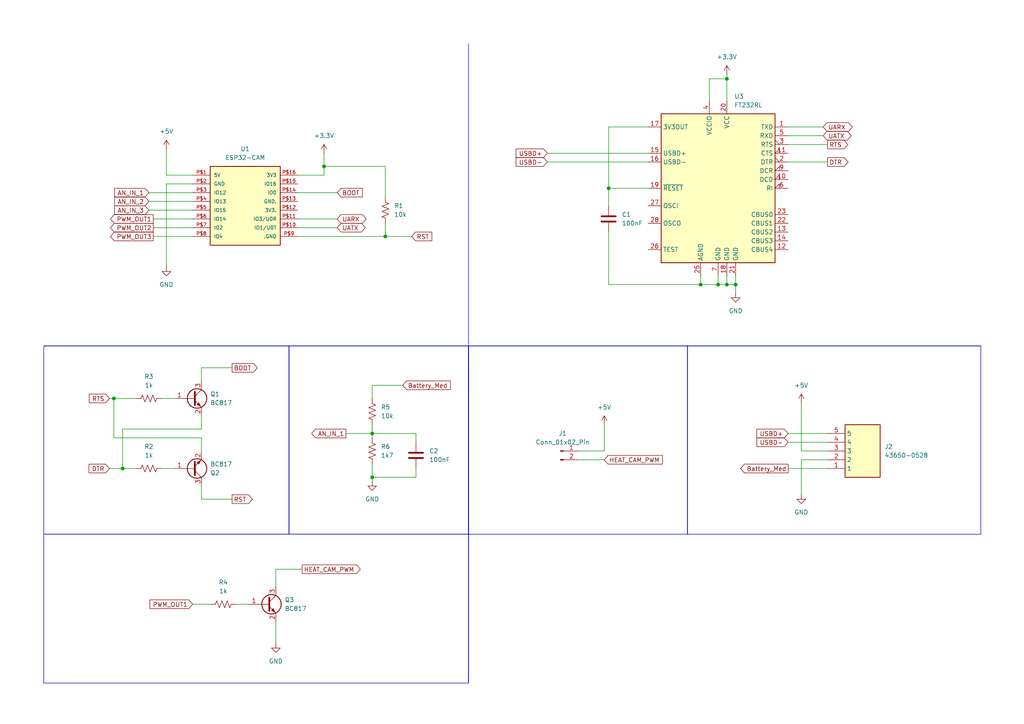
<source format=kicad_sch>
(kicad_sch (version 20250114) (generator "eeschema") (generator_version "9.0")
  (paper "A4")
  (lib_symbols
    (symbol "Conn_Esp32_Cam:43650-0528"
      (property "Reference" "J" (at 16.51 7.62 0))
      (property "Value" "43650-0528" (at 16.51 5.08 0))
      (symbol "43650-0528_1_1"
        (rectangle (start 5.08 2.54) (end 15.24 -12.7) (stroke (width 0.254)) (fill (type background)))
        (pin passive line (at 0 0 0) (length 5.08) (name "5") (number "5"))
        (pin passive line (at 0 -2.54 0) (length 5.08) (name "4") (number "4"))
        (pin passive line (at 0 -5.08 0) (length 5.08) (name "3") (number "3"))
        (pin passive line (at 0 -7.62 0) (length 5.08) (name "2") (number "2"))
        (pin passive line (at 0 -10.16 0) (length 5.08) (name "1") (number "1"))
      )
    )
    (symbol "Connector:Conn_01x02_Pin" (pin_names (offset 1.016) (hide yes))
      (property "Reference" "J" (at 0 2.54 0))
      (property "Value" "Conn_01x02_Pin" (at 0 -5.08 0))
      (symbol "Conn_01x02_Pin_1_1"
        (rectangle (start 0.8636 0.127) (end 0 -0.127) (stroke (width 0.1524)) (fill (type outline)))
        (rectangle (start 0.8636 -2.413) (end 0 -2.667) (stroke (width 0.1524)) (fill (type outline)))
        (polyline (pts (xy 1.27 0) (xy 0.8636 0)) (stroke (width 0.1524)))
        (polyline (pts (xy 1.27 -2.54) (xy 0.8636 -2.54)) (stroke (width 0.1524)))
        (pin passive line (at 5.08 0 180) (length 3.81) (name "Pin_1") (number "1"))
        (pin passive line (at 5.08 -2.54 180) (length 3.81) (name "Pin_2") (number "2"))
      )
    )
    (symbol "Device:C" (pin_numbers (hide yes)) (pin_names (offset 0.254))
      (property "Reference" "C" (at 0.635 2.54 0))
      (property "Value" "C" (at 0.635 -2.54 0))
      (symbol "C_0_1"
        (polyline (pts (xy -2.032 0.762) (xy 2.032 0.762)) (stroke (width 0.508)))
        (polyline (pts (xy -2.032 -0.762) (xy 2.032 -0.762)) (stroke (width 0.508)))
      )
      (symbol "C_1_1"
        (pin passive line (at 0 3.81 270) (length 2.794) (name "~") (number "1"))
        (pin passive line (at 0 -3.81 90) (length 2.794) (name "~") (number "2"))
      )
    )
    (symbol "Device:R_US" (pin_numbers (hide yes)) (pin_names (offset 0))
      (property "Reference" "R" (at 2.54 0 90))
      (property "Value" "R_US" (at -2.54 0 90))
      (symbol "R_US_0_1"
        (polyline (pts (xy 0 2.286) (xy 0 2.54)))
        (polyline (pts (xy 0 2.286) (xy 1.016 1.905) (xy 0 1.524) (xy -1.016 1.143) (xy 0 0.762)))
        (polyline (pts (xy 0 0.762) (xy 1.016 0.381) (xy 0 0) (xy -1.016 -0.381) (xy 0 -0.762)))
        (polyline (pts (xy 0 -0.762) (xy 1.016 -1.143) (xy 0 -1.524) (xy -1.016 -1.905) (xy 0 -2.286)))
        (polyline (pts (xy 0 -2.286) (xy 0 -2.54)))
      )
      (symbol "R_US_1_1"
        (pin passive line (at 0 3.81 270) (length 1.27) (name "~") (number "1"))
        (pin passive line (at 0 -3.81 90) (length 1.27) (name "~") (number "2"))
      )
    )
    (symbol "Esp32:ESP32-CAM" (pin_names (offset 1.016))
      (property "Reference" "U" (at -10.16 20.32 0))
      (property "Value" "ESP32-CAM" (at 0 0 0))
      (symbol "ESP32-CAM_0_0"
        (rectangle (start -10.16 -5.08) (end 10.16 17.78) (stroke (width 0.254)) (fill (type background)))
        (pin bidirectional line (at -15.24 15.24 0) (length 5.08) (name "5V") (number "P$1"))
        (pin bidirectional line (at -15.24 12.7 0) (length 5.08) (name "GND") (number "P$2"))
        (pin bidirectional line (at -15.24 10.16 0) (length 5.08) (name "IO12") (number "P$3"))
        (pin bidirectional line (at -15.24 7.62 0) (length 5.08) (name "IO13") (number "P$4"))
        (pin bidirectional line (at -15.24 5.08 0) (length 5.08) (name "IO15") (number "P$5"))
        (pin bidirectional line (at -15.24 2.54 0) (length 5.08) (name "IO14") (number "P$6"))
        (pin bidirectional line (at -15.24 0 0) (length 5.08) (name "IO2") (number "P$7"))
        (pin bidirectional line (at -15.24 -2.54 0) (length 5.08) (name "IO4") (number "P$8"))
        (pin bidirectional line (at 15.24 15.24 180) (length 5.08) (name "3V3") (number "P$16"))
        (pin bidirectional line (at 15.24 12.7 180) (length 5.08) (name "IO16") (number "P$15"))
        (pin bidirectional line (at 15.24 10.16 180) (length 5.08) (name "IO0") (number "P$14"))
        (pin bidirectional line (at 15.24 7.62 180) (length 5.08) (name "GND.") (number "P$13"))
        (pin bidirectional line (at 15.24 5.08 180) (length 5.08) (name "3V3.") (number "P$12"))
        (pin bidirectional line (at 15.24 2.54 180) (length 5.08) (name "IO3/U0R") (number "P$11"))
        (pin bidirectional line (at 15.24 0 180) (length 5.08) (name "IO1/U0T") (number "P$10"))
        (pin bidirectional line (at 15.24 -2.54 180) (length 5.08) (name ".GND") (number "P$9"))
      )
    )
    (symbol "Interface_USB:FT232RL"
      (property "Reference" "U" (at -16.51 22.86 0))
      (property "Value" "FT232RL" (at 10.16 22.86 0))
      (symbol "FT232RL_0_1"
        (rectangle (start -16.51 21.59) (end 16.51 -21.59) (stroke (width 0.254)) (fill (type background)))
      )
      (symbol "FT232RL_1_1"
        (pin power_out line (at -20.32 17.78 0) (length 3.81) (name "3V3OUT") (number "17"))
        (pin bidirectional line (at -20.32 10.16 0) (length 3.81) (name "USBD+") (number "15"))
        (pin bidirectional line (at -20.32 7.62 0) (length 3.81) (name "USBD-") (number "16"))
        (pin input line (at -20.32 0 0) (length 3.81) (name "~{RESET}") (number "19"))
        (pin input line (at -20.32 -5.08 0) (length 3.81) (name "OSCI") (number "27"))
        (pin output line (at -20.32 -10.16 0) (length 3.81) (name "OSCO") (number "28"))
        (pin input line (at -20.32 -17.78 0) (length 3.81) (name "TEST") (number "26"))
        (pin power_in line (at -5.08 -25.4 90) (length 3.81) (name "AGND") (number "25"))
        (pin power_in line (at -2.54 25.4 270) (length 3.81) (name "VCCIO") (number "4"))
        (pin power_in line (at 0 -25.4 90) (length 3.81) (name "GND") (number "7"))
        (pin power_in line (at 2.54 25.4 270) (length 3.81) (name "VCC") (number "20"))
        (pin power_in line (at 2.54 -25.4 90) (length 3.81) (name "GND") (number "18"))
        (pin power_in line (at 5.08 -25.4 90) (length 3.81) (name "GND") (number "21"))
        (pin output line (at 20.32 17.78 180) (length 3.81) (name "TXD") (number "1"))
        (pin input line (at 20.32 15.24 180) (length 3.81) (name "RXD") (number "5"))
        (pin output output_low (at 20.32 12.7 180) (length 3.81) (name "RTS") (number "3"))
        (pin input input_low (at 20.32 10.16 180) (length 3.81) (name "CTS") (number "11"))
        (pin output output_low (at 20.32 7.62 180) (length 3.81) (name "DTR") (number "2"))
        (pin input input_low (at 20.32 5.08 180) (length 3.81) (name "DCR") (number "9"))
        (pin input input_low (at 20.32 2.54 180) (length 3.81) (name "DCD") (number "10"))
        (pin input input_low (at 20.32 0 180) (length 3.81) (name "RI") (number "6"))
        (pin bidirectional line (at 20.32 -7.62 180) (length 3.81) (name "CBUS0") (number "23"))
        (pin bidirectional line (at 20.32 -10.16 180) (length 3.81) (name "CBUS1") (number "22"))
        (pin bidirectional line (at 20.32 -12.7 180) (length 3.81) (name "CBUS2") (number "13"))
        (pin bidirectional line (at 20.32 -15.24 180) (length 3.81) (name "CBUS3") (number "14"))
        (pin bidirectional line (at 20.32 -17.78 180) (length 3.81) (name "CBUS4") (number "12"))
      )
    )
    (symbol "Transistor_BJT:BC817" (pin_names (offset 0) (hide yes))
      (property "Reference" "Q" (at 5.08 1.905 0))
      (property "Value" "BC817" (at 5.08 0 0))
      (symbol "BC817_0_1"
        (polyline (pts (xy -2.54 0) (xy 0.635 0)))
        (polyline (pts (xy 0.635 1.905) (xy 0.635 -1.905)) (stroke (width 0.508)))
        (circle (center 1.27 0) (radius 2.8194) (stroke (width 0.254)))
      )
      (symbol "BC817_1_1"
        (polyline (pts (xy 0.635 0.635) (xy 2.54 2.54)))
        (polyline (pts (xy 0.635 -0.635) (xy 2.54 -2.54)))
        (polyline (pts (xy 1.27 -1.778) (xy 1.778 -1.27) (xy 2.286 -2.286) (xy 1.27 -1.778)) (fill (type outline)))
        (pin input line (at -5.08 0 0) (length 2.54) (name "B") (number "1"))
        (pin passive line (at 2.54 5.08 270) (length 2.54) (name "C") (number "3"))
        (pin passive line (at 2.54 -5.08 90) (length 2.54) (name "E") (number "2"))
      )
    )
    (symbol "power:+3.3V" (power) (pin_numbers (hide yes)) (pin_names (offset 0) (hide yes))
      (property "Value" "+3.3V" (at 0 3.556 0))
      (symbol "+3.3V_0_1"
        (polyline (pts (xy -0.762 1.27) (xy 0 2.54)))
        (polyline (pts (xy 0 2.54) (xy 0.762 1.27)))
        (polyline (pts (xy 0 0) (xy 0 2.54)))
      )
      (symbol "+3.3V_1_1"
        (pin power_in line (at 0 0 90) (length 0) (name "~") (number "1"))
      )
    )
    (symbol "power:+5V" (power) (pin_numbers (hide yes)) (pin_names (offset 0) (hide yes))
      (property "Value" "+5V" (at 0 3.556 0))
      (symbol "+5V_0_1"
        (polyline (pts (xy -0.762 1.27) (xy 0 2.54)))
        (polyline (pts (xy 0 2.54) (xy 0.762 1.27)))
        (polyline (pts (xy 0 0) (xy 0 2.54)))
      )
      (symbol "+5V_1_1"
        (pin power_in line (at 0 0 90) (length 0) (name "~") (number "1"))
      )
    )
    (symbol "power:GND" (power) (pin_numbers (hide yes)) (pin_names (offset 0) (hide yes))
      (property "Value" "GND" (at 0 -3.81 0))
      (symbol "GND_0_1"
        (polyline (pts (xy 0 0) (xy 0 -1.27) (xy 1.27 -1.27) (xy 0 -2.54) (xy -1.27 -1.27) (xy 0 -1.27)))
      )
      (symbol "GND_1_1"
        (pin power_in line (at 0 0 270) (length 0) (name "~") (number "1"))
      )
    )
  )
  (rectangle (start 199.39 100.33) (end 284.48 154.94))
  (rectangle (start 83.82 100.33) (end 135.89 154.94))
  (rectangle (start 12.7 154.94) (end 135.89 198.12))
  (rectangle (start 12.7 100.33) (end 83.82 154.94))
  (rectangle (start 135.89 100.33) (end 199.39 154.94))
  (junction (at 107.95 138.43))
  (junction (at 203.2 82.55))
  (junction (at 210.82 22.86))
  (junction (at 107.95 125.73))
  (junction (at 176.53 54.61))
  (junction (at 213.36 82.55))
  (junction (at 208.28 82.55))
  (junction (at 111.76 68.58))
  (junction (at 93.98 48.26))
  (junction (at 35.56 135.89))
  (junction (at 210.82 82.55))
  (junction (at 33.02 115.57))
  (wire (pts (xy 120.65 125.73) (xy 107.95 125.73)))
  (wire (pts (xy 228.6 41.91) (xy 240.03 41.91)))
  (wire (pts (xy 120.65 135.89) (xy 120.65 138.43)))
  (wire (pts (xy 176.53 67.31) (xy 176.53 82.55)))
  (wire (pts (xy 93.98 48.26) (xy 93.98 50.8)))
  (wire (pts (xy 167.64 133.35) (xy 175.26 133.35)))
  (wire (pts (xy 228.6 128.27) (xy 240.03 128.27)))
  (wire (pts (xy 111.76 57.15) (xy 111.76 48.26)))
  (wire (pts (xy 80.01 180.34) (xy 80.01 186.69)))
  (wire (pts (xy 87.63 165.1) (xy 80.01 165.1)))
  (wire (pts (xy 80.01 165.1) (xy 80.01 170.18)))
  (wire (pts (xy 232.41 133.35) (xy 240.03 133.35)))
  (wire (pts (xy 232.41 143.51) (xy 232.41 133.35)))
  (wire (pts (xy 213.36 82.55) (xy 213.36 85.09)))
  (wire (pts (xy 111.76 68.58) (xy 119.38 68.58)))
  (wire (pts (xy 48.26 53.34) (xy 55.88 53.34)))
  (wire (pts (xy 107.95 125.73) (xy 107.95 127)))
  (wire (pts (xy 208.28 80.01) (xy 208.28 82.55)))
  (wire (pts (xy 120.65 128.27) (xy 120.65 125.73)))
  (wire (pts (xy 55.88 175.26) (xy 60.96 175.26)))
  (wire (pts (xy 158.75 46.99) (xy 187.96 46.99)))
  (wire (pts (xy 111.76 48.26) (xy 93.98 48.26)))
  (wire (pts (xy 228.6 46.99) (xy 240.03 46.99)))
  (wire (pts (xy 93.98 50.8) (xy 86.36 50.8)))
  (wire (pts (xy 86.36 66.04) (xy 97.79 66.04)))
  (wire (pts (xy 228.6 36.83) (xy 238.76 36.83)))
  (wire (pts (xy 43.18 58.42) (xy 55.88 58.42)))
  (wire (pts (xy 43.18 60.96) (xy 55.88 60.96)))
  (wire (pts (xy 228.6 125.73) (xy 240.03 125.73)))
  (wire (pts (xy 176.53 54.61) (xy 176.53 59.69)))
  (wire (pts (xy 158.75 44.45) (xy 187.96 44.45)))
  (wire (pts (xy 232.41 116.84) (xy 232.41 130.81)))
  (wire (pts (xy 228.6 39.37) (xy 238.76 39.37)))
  (wire (pts (xy 67.31 106.68) (xy 58.42 106.68)))
  (wire (pts (xy 107.95 111.76) (xy 107.95 115.57)))
  (wire (pts (xy 86.36 63.5) (xy 97.79 63.5)))
  (wire (pts (xy 46.99 135.89) (xy 50.8 135.89)))
  (wire (pts (xy 48.26 43.18) (xy 48.26 50.8)))
  (wire (pts (xy 107.95 125.73) (xy 107.95 123.19)))
  (wire (pts (xy 116.84 111.76) (xy 107.95 111.76)))
  (wire (pts (xy 44.45 66.04) (xy 55.88 66.04)))
  (wire (pts (xy 228.6 135.89) (xy 240.03 135.89)))
  (wire (pts (xy 176.53 82.55) (xy 203.2 82.55)))
  (wire (pts (xy 35.56 135.89) (xy 39.37 135.89)))
  (wire (pts (xy 48.26 77.47) (xy 48.26 53.34)))
  (wire (pts (xy 232.41 130.81) (xy 240.03 130.81)))
  (wire (pts (xy 107.95 138.43) (xy 107.95 139.7)))
  (wire (pts (xy 93.98 44.45) (xy 93.98 48.26)))
  (wire (pts (xy 120.65 138.43) (xy 107.95 138.43)))
  (wire (pts (xy 48.26 50.8) (xy 55.88 50.8)))
  (wire (pts (xy 203.2 82.55) (xy 208.28 82.55)))
  (wire (pts (xy 58.42 124.46) (xy 35.56 124.46)))
  (wire (pts (xy 210.82 80.01) (xy 210.82 82.55)))
  (polyline (pts (xy 135.89 12.7) (xy 135.89 198.12)))
  (wire (pts (xy 31.75 135.89) (xy 35.56 135.89)))
  (wire (pts (xy 86.36 68.58) (xy 111.76 68.58)))
  (wire (pts (xy 205.74 29.21) (xy 205.74 22.86)))
  (wire (pts (xy 43.18 55.88) (xy 55.88 55.88)))
  (wire (pts (xy 58.42 130.81) (xy 58.42 127)))
  (wire (pts (xy 111.76 64.77) (xy 111.76 68.58)))
  (wire (pts (xy 35.56 124.46) (xy 35.56 135.89)))
  (wire (pts (xy 58.42 127) (xy 33.02 127)))
  (wire (pts (xy 210.82 21.59) (xy 210.82 22.86)))
  (wire (pts (xy 44.45 68.58) (xy 55.88 68.58)))
  (wire (pts (xy 44.45 63.5) (xy 55.88 63.5)))
  (wire (pts (xy 46.99 115.57) (xy 50.8 115.57)))
  (wire (pts (xy 58.42 140.97) (xy 58.42 144.78)))
  (wire (pts (xy 58.42 106.68) (xy 58.42 110.49)))
  (wire (pts (xy 86.36 55.88) (xy 97.79 55.88)))
  (wire (pts (xy 68.58 175.26) (xy 72.39 175.26)))
  (wire (pts (xy 107.95 134.62) (xy 107.95 138.43)))
  (wire (pts (xy 213.36 80.01) (xy 213.36 82.55)))
  (wire (pts (xy 100.33 125.73) (xy 107.95 125.73)))
  (wire (pts (xy 187.96 36.83) (xy 176.53 36.83)))
  (polyline (pts (xy 12.7 100.33) (xy 284.48 100.33)))
  (wire (pts (xy 33.02 115.57) (xy 39.37 115.57)))
  (wire (pts (xy 203.2 80.01) (xy 203.2 82.55)))
  (wire (pts (xy 175.26 130.81) (xy 167.64 130.81)))
  (wire (pts (xy 67.31 144.78) (xy 58.42 144.78)))
  (wire (pts (xy 33.02 127) (xy 33.02 115.57)))
  (wire (pts (xy 175.26 123.19) (xy 175.26 130.81)))
  (wire (pts (xy 210.82 22.86) (xy 210.82 29.21)))
  (wire (pts (xy 210.82 82.55) (xy 213.36 82.55)))
  (wire (pts (xy 187.96 54.61) (xy 176.53 54.61)))
  (wire (pts (xy 31.75 115.57) (xy 33.02 115.57)))
  (wire (pts (xy 205.74 22.86) (xy 210.82 22.86)))
  (wire (pts (xy 208.28 82.55) (xy 210.82 82.55)))
  (wire (pts (xy 58.42 120.65) (xy 58.42 124.46)))
  (wire (pts (xy 176.53 54.61) (xy 176.53 36.83)))
  (global_label "USBD+" (shape input) (at 228.6 125.73 180) (property "Intersheetrefs" "${INTERSHEET_REFS}" (effects (hide yes))))
  (global_label "Battery_Med" (shape input) (at 116.84 111.76 0) (property "Intersheetrefs" "${INTERSHEET_REFS}" (effects (hide yes))))
  (global_label "DTR" (shape input) (at 31.75 135.89 180) (property "Intersheetrefs" "${INTERSHEET_REFS}" (effects (hide yes))))
  (global_label "UATX" (shape bidirectional) (at 97.79 66.04 0) (property "Intersheetrefs" "${INTERSHEET_REFS}" (effects (hide yes))))
  (global_label "RTS" (shape input) (at 31.75 115.57 180) (property "Intersheetrefs" "${INTERSHEET_REFS}" (effects (hide yes))))
  (global_label "USBD-" (shape input) (at 158.75 46.99 180) (property "Intersheetrefs" "${INTERSHEET_REFS}" (effects (hide yes))))
  (global_label "DTR" (shape output) (at 240.03 46.99 0) (property "Intersheetrefs" "${INTERSHEET_REFS}" (effects (hide yes))))
  (global_label "UARX" (shape bidirectional) (at 97.79 63.5 0) (property "Intersheetrefs" "${INTERSHEET_REFS}" (effects (hide yes))))
  (global_label "RTS" (shape output) (at 240.03 41.91 0) (property "Intersheetrefs" "${INTERSHEET_REFS}" (effects (hide yes))))
  (global_label "AN_IN_1" (shape input) (at 43.18 55.88 180) (property "Intersheetrefs" "${INTERSHEET_REFS}" (effects (hide yes))))
  (global_label "Battery_Med" (shape output) (at 228.6 135.89 180) (property "Intersheetrefs" "${INTERSHEET_REFS}" (effects (hide yes))))
  (global_label "BOOT" (shape input) (at 97.79 55.88 0) (property "Intersheetrefs" "${INTERSHEET_REFS}" (effects (hide yes))))
  (global_label "PWM_OUT1" (shape output) (at 44.45 63.5 180) (property "Intersheetrefs" "${INTERSHEET_REFS}" (effects (hide yes))))
  (global_label "UATX" (shape bidirectional) (at 238.76 39.37 0) (property "Intersheetrefs" "${INTERSHEET_REFS}" (effects (hide yes))))
  (global_label "USBD+" (shape input) (at 158.75 44.45 180) (property "Intersheetrefs" "${INTERSHEET_REFS}" (effects (hide yes))))
  (global_label "BOOT" (shape output) (at 67.31 106.68 0) (property "Intersheetrefs" "${INTERSHEET_REFS}" (effects (hide yes))))
  (global_label "UARX" (shape bidirectional) (at 238.76 36.83 0) (property "Intersheetrefs" "${INTERSHEET_REFS}" (effects (hide yes))))
  (global_label "AN_IN_2" (shape input) (at 43.18 58.42 180) (property "Intersheetrefs" "${INTERSHEET_REFS}" (effects (hide yes))))
  (global_label "HEAT_CAM_PWM" (shape output) (at 87.63 165.1 0) (property "Intersheetrefs" "${INTERSHEET_REFS}" (effects (hide yes))))
  (global_label "RST" (shape input) (at 119.38 68.58 0) (property "Intersheetrefs" "${INTERSHEET_REFS}" (effects (hide yes))))
  (global_label "PWM_OUT3" (shape output) (at 44.45 68.58 180) (property "Intersheetrefs" "${INTERSHEET_REFS}" (effects (hide yes))))
  (global_label "PWM_OUT1" (shape input) (at 55.88 175.26 180) (property "Intersheetrefs" "${INTERSHEET_REFS}" (effects (hide yes))))
  (global_label "AN_IN_1" (shape output) (at 100.33 125.73 180) (property "Intersheetrefs" "${INTERSHEET_REFS}" (effects (hide yes))))
  (global_label "USBD-" (shape input) (at 228.6 128.27 180) (property "Intersheetrefs" "${INTERSHEET_REFS}" (effects (hide yes))))
  (global_label "PWM_OUT2" (shape output) (at 44.45 66.04 180) (property "Intersheetrefs" "${INTERSHEET_REFS}" (effects (hide yes))))
  (global_label "HEAT_CAM_PWM" (shape input) (at 175.26 133.35 0) (property "Intersheetrefs" "${INTERSHEET_REFS}" (effects (hide yes))))
  (global_label "AN_IN_3" (shape input) (at 43.18 60.96 180) (property "Intersheetrefs" "${INTERSHEET_REFS}" (effects (hide yes))))
  (global_label "RST" (shape output) (at 67.31 144.78 0) (property "Intersheetrefs" "${INTERSHEET_REFS}" (effects (hide yes))))
  (symbol (lib_id "Transistor_BJT:BC817") (at 77.47 175.26 0) (unit 1)
    (property "Reference" "Q3" (at 82.55 173.9899 0) (effects (justify left)))
    (property "Value" "BC817" (at 82.55 176.5299 0) (effects (justify left)))
    (property "Footprint" "Package_TO_SOT_SMD:SOT-23" (effects (hide yes)))
    (property "Datasheet" "https://www.onsemi.com/pub/Collateral/BC818-D.pdf" (effects (hide yes)))
    (property "Description" "0.8A Ic, 45V Vce, NPN Transistor, SOT-23" (effects (hide yes)))
  )
  (symbol (lib_id "power:GND") (at 48.26 77.47 0) (unit 1)
    (property "Reference" "#PWR01" (effects (hide yes)))
    (property "Value" "GND" (at 48.26 82.55 0))
    (property "Description" "Power symbol creates a global label with name \"GND\" , ground" (effects (hide yes)))
  )
  (symbol (lib_id "Conn_Esp32_Cam:43650-0528") (at 240.03 125.73 0) (unit 1)
    (property "Reference" "J2" (at 256.54 129.5399 0) (effects (justify left)))
    (property "Value" "43650-0528" (at 256.54 132.0799 0) (effects (justify left)))
    (property "Footprint" "Esp32_Conn_Cam:43650-05YY_272829" (effects (hide yes)))
    (property "Datasheet" "https://www.molex.com/pdm_docs/sd/436500227_sd.pdf" (effects (hide yes)))
    (property "Description" "Micro-Fit 3.0 Vertical Header, 3.00mm Pitch, Single Row, 5 Circuits, with PCB Polarizing Peg, Glow-Wire Capable, Black" (effects (hide yes)))
    (property "Height" "9.9" (effects (hide yes)))
    (property "Mouser Part Number" "538-43650-0528" (effects (hide yes)))
    (property "Mouser Price/Stock" "https://www.mouser.co.uk/ProductDetail/Molex/43650-0528?qs=jGANiKWBgcigkrrk7PUfPg%3D%3D" (effects (hide yes)))
    (property "Manufacturer_Name" "Molex" (effects (hide yes)))
    (property "Manufacturer_Part_Number" "43650-0528" (effects (hide yes)))
  )
  (symbol (lib_id "Connector:Conn_01x02_Pin") (at 162.56 130.81 0) (unit 1)
    (property "Reference" "J1" (at 163.195 125.73 0))
    (property "Value" "Conn_01x02_Pin" (at 163.195 128.27 0))
    (property "Footprint" "Connector_PinHeader_2.54mm:PinHeader_1x02_P2.54mm_Vertical" (effects (hide yes)))
    (property "Description" "Generic connector, single row, 01x02, script generated" (effects (hide yes)))
  )
  (symbol (lib_id "power:+3.3V") (at 210.82 21.59 0) (unit 1)
    (property "Reference" "#PWR04" (effects (hide yes)))
    (property "Value" "+3.3V" (at 210.82 16.51 0))
    (property "Description" "Power symbol creates a global label with name \"+3.3V\"" (effects (hide yes)))
  )
  (symbol (lib_id "Device:R_US") (at 111.76 60.96 0) (unit 1)
    (property "Reference" "R1" (at 114.3 59.6899 0) (effects (justify left)))
    (property "Value" "10k" (at 114.3 62.2299 0) (effects (justify left)))
    (property "Footprint" "Resistor_SMD:R_0805_2012Metric" (effects (hide yes)))
    (property "Description" "Resistor, US symbol" (effects (hide yes)))
  )
  (symbol (lib_id "Device:R_US") (at 43.18 135.89 90) (unit 1)
    (property "Reference" "R2" (at 43.18 129.54 90))
    (property "Value" "1k" (at 43.18 132.08 90))
    (property "Footprint" "Resistor_SMD:R_0805_2012Metric" (effects (hide yes)))
    (property "Description" "Resistor, US symbol" (effects (hide yes)))
  )
  (symbol (lib_id "power:+5V") (at 175.26 123.19 0) (unit 1)
    (property "Reference" "#PWR07" (effects (hide yes)))
    (property "Value" "+5V" (at 175.26 118.11 0))
    (property "Description" "Power symbol creates a global label with name \"+5V\"" (effects (hide yes)))
  )
  (symbol (lib_id "Device:R_US") (at 107.95 130.81 180) (unit 1)
    (property "Reference" "R6" (at 110.49 129.5399 0) (effects (justify right)))
    (property "Value" "1k7" (at 110.49 132.0799 0) (effects (justify right)))
    (property "Footprint" "Resistor_SMD:R_0805_2012Metric" (effects (hide yes)))
    (property "Description" "Resistor, US symbol" (effects (hide yes)))
  )
  (symbol (lib_id "power:GND") (at 213.36 85.09 0) (unit 1)
    (property "Reference" "#PWR05" (effects (hide yes)))
    (property "Value" "GND" (at 213.36 90.17 0))
    (property "Description" "Power symbol creates a global label with name \"GND\" , ground" (effects (hide yes)))
  )
  (symbol (lib_id "Device:C") (at 120.65 132.08 0) (unit 1)
    (property "Reference" "C2" (at 124.46 130.8099 0) (effects (justify left)))
    (property "Value" "100nF" (at 124.46 133.3499 0) (effects (justify left)))
    (property "Footprint" "Capacitor_SMD:C_0805_2012Metric" (effects (hide yes)))
    (property "Description" "Unpolarized capacitor" (effects (hide yes)))
  )
  (symbol (lib_id "Device:R_US") (at 64.77 175.26 90) (unit 1)
    (property "Reference" "R4" (at 64.77 168.91 90))
    (property "Value" "1k" (at 64.77 171.45 90))
    (property "Footprint" "Resistor_SMD:R_0805_2012Metric" (effects (hide yes)))
    (property "Description" "Resistor, US symbol" (effects (hide yes)))
  )
  (symbol (lib_id "Transistor_BJT:BC817") (at 55.88 135.89 0) (mirror x) (unit 1)
    (property "Reference" "Q2" (at 60.96 137.1601 0) (effects (justify left)))
    (property "Value" "BC817" (at 60.96 134.6201 0) (effects (justify left)))
    (property "Footprint" "Package_TO_SOT_SMD:SOT-23" (effects (hide yes)))
    (property "Datasheet" "https://www.onsemi.com/pub/Collateral/BC818-D.pdf" (effects (hide yes)))
    (property "Description" "0.8A Ic, 45V Vce, NPN Transistor, SOT-23" (effects (hide yes)))
  )
  (symbol (lib_id "power:+5V") (at 232.41 116.84 0) (unit 1)
    (property "Reference" "#PWR08" (effects (hide yes)))
    (property "Value" "+5V" (at 232.41 111.76 0))
    (property "Description" "Power symbol creates a global label with name \"+5V\"" (effects (hide yes)))
  )
  (symbol (lib_id "power:+5V") (at 48.26 43.18 0) (unit 1)
    (property "Reference" "#PWR02" (effects (hide yes)))
    (property "Value" "+5V" (at 48.26 38.1 0))
    (property "Description" "Power symbol creates a global label with name \"+5V\"" (effects (hide yes)))
  )
  (symbol (lib_id "Device:R_US") (at 107.95 119.38 0) (unit 1)
    (property "Reference" "R5" (at 110.49 118.1099 0) (effects (justify left)))
    (property "Value" "10k" (at 110.49 120.6499 0) (effects (justify left)))
    (property "Footprint" "Resistor_SMD:R_0805_2012Metric" (effects (hide yes)))
    (property "Description" "Resistor, US symbol" (effects (hide yes)))
  )
  (symbol (lib_id "Transistor_BJT:BC817") (at 55.88 115.57 0) (unit 1)
    (property "Reference" "Q1" (at 60.96 114.2999 0) (effects (justify left)))
    (property "Value" "BC817" (at 60.96 116.8399 0) (effects (justify left)))
    (property "Footprint" "Package_TO_SOT_SMD:SOT-23" (effects (hide yes)))
    (property "Datasheet" "https://www.onsemi.com/pub/Collateral/BC818-D.pdf" (effects (hide yes)))
    (property "Description" "0.8A Ic, 45V Vce, NPN Transistor, SOT-23" (effects (hide yes)))
  )
  (symbol (lib_id "power:GND") (at 107.95 139.7 0) (unit 1)
    (property "Reference" "#PWR010" (effects (hide yes)))
    (property "Value" "GND" (at 107.95 144.78 0))
    (property "Description" "Power symbol creates a global label with name \"GND\" , ground" (effects (hide yes)))
  )
  (symbol (lib_id "Device:R_US") (at 43.18 115.57 90) (unit 1)
    (property "Reference" "R3" (at 43.18 109.22 90))
    (property "Value" "1k" (at 43.18 111.76 90))
    (property "Footprint" "Resistor_SMD:R_0805_2012Metric" (effects (hide yes)))
    (property "Description" "Resistor, US symbol" (effects (hide yes)))
  )
  (symbol (lib_id "Interface_USB:FT232RL") (at 208.28 54.61 0) (unit 1)
    (property "Reference" "U3" (at 212.9633 27.94 0) (effects (justify left)))
    (property "Value" "FT232RL" (at 212.9633 30.48 0) (effects (justify left)))
    (property "Footprint" "Package_SO:SSOP-28_5.3x10.2mm_P0.65mm" (effects (hide yes)))
    (property "Datasheet" "https://www.ftdichip.com/Support/Documents/DataSheets/ICs/DS_FT232R.pdf" (effects (hide yes)))
    (property "Description" "USB to Serial Interface, SSOP-28" (effects (hide yes)))
  )
  (symbol (lib_id "power:GND") (at 232.41 143.51 0) (unit 1)
    (property "Reference" "#PWR09" (effects (hide yes)))
    (property "Value" "GND" (at 232.41 148.59 0))
    (property "Description" "Power symbol creates a global label with name \"GND\" , ground" (effects (hide yes)))
  )
  (symbol (lib_id "Esp32:ESP32-CAM") (at 71.12 66.04 0) (unit 1)
    (property "Reference" "U1" (at 71.12 43.18 0))
    (property "Value" "ESP32-CAM" (at 71.12 45.72 0))
    (property "Footprint" "Esp32:ESP32-CAM" (effects (hide yes)))
    (property "MF" "Olimex Ltd." (effects (hide yes)))
    (property "DESCRIPTION" "ESP32 ESP32 Transceiver; 802.11 a/b/g/n (Wi-Fi, WiFi, WLAN), Bluetooth® Smart 4.x Low Energy (BLE) Evaluation Board" (effects (hide yes)))
    (property "PACKAGE" "None" (effects (hide yes)))
    (property "PRICE" "None" (effects (hide yes)))
    (property "Package" "None" (effects (hide yes)))
    (property "Check_prices" "https://www.snapeda.com/parts/ESP32-CAM/Olimex/view-part/?ref=eda" (effects (hide yes)))
    (property "Price" "None" (effects (hide yes)))
    (property "SnapEDA_Link" "https://www.snapeda.com/parts/ESP32-CAM/Olimex/view-part/?ref=snap" (effects (hide yes)))
    (property "MP" "ESP32-CAM" (effects (hide yes)))
    (property "Availability" "In Stock" (effects (hide yes)))
    (property "AVAILABILITY" "Not in stock" (effects (hide yes)))
    (property "Description_1" "WiFi Development Tools - 802.11" (effects (hide yes)))
  )
  (symbol (lib_id "Device:C") (at 176.53 63.5 0) (unit 1)
    (property "Reference" "C1" (at 180.34 62.2299 0) (effects (justify left)))
    (property "Value" "100nF" (at 180.34 64.7699 0) (effects (justify left)))
    (property "Footprint" "Capacitor_SMD:C_01005_0402Metric" (effects (hide yes)))
    (property "Description" "Unpolarized capacitor" (effects (hide yes)))
  )
  (symbol (lib_id "power:+3.3V") (at 93.98 44.45 0) (unit 1)
    (property "Reference" "#PWR03" (effects (hide yes)))
    (property "Value" "+3.3V" (at 93.98 39.37 0))
    (property "Description" "Power symbol creates a global label with name \"+3.3V\"" (effects (hide yes)))
  )
  (symbol (lib_id "power:GND") (at 80.01 186.69 0) (unit 1)
    (property "Reference" "#PWR06" (effects (hide yes)))
    (property "Value" "GND" (at 80.01 191.77 0))
    (property "Description" "Power symbol creates a global label with name \"GND\" , ground" (effects (hide yes)))
  )
)
</source>
